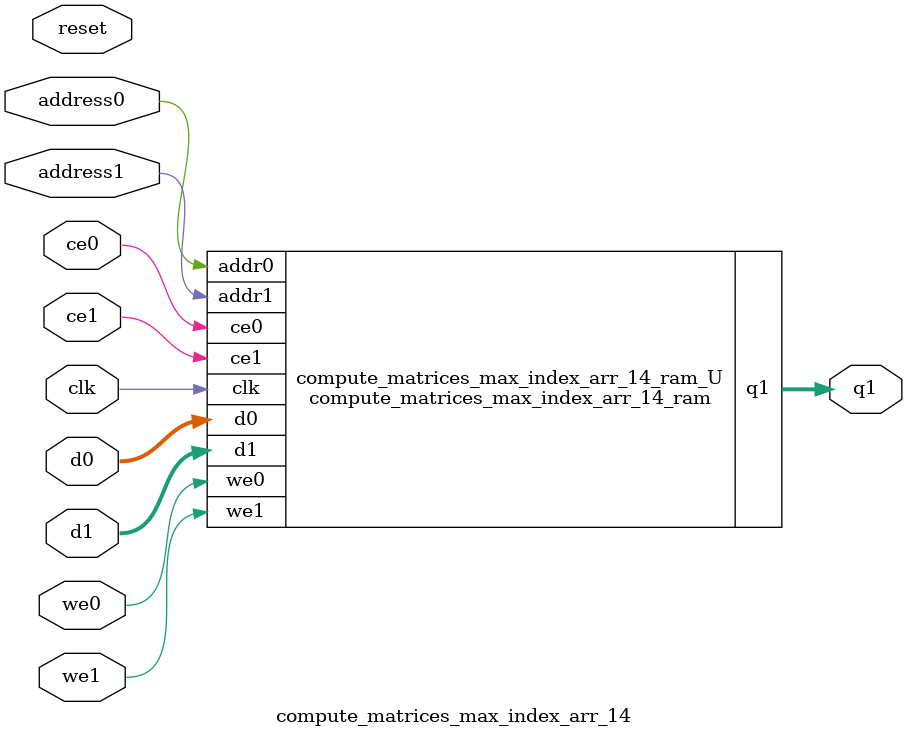
<source format=v>
`timescale 1 ns / 1 ps
module compute_matrices_max_index_arr_14_ram (addr0, ce0, d0, we0, addr1, ce1, d1, we1, q1,  clk);

parameter DWIDTH = 22;
parameter AWIDTH = 1;
parameter MEM_SIZE = 2;

input[AWIDTH-1:0] addr0;
input ce0;
input[DWIDTH-1:0] d0;
input we0;
input[AWIDTH-1:0] addr1;
input ce1;
input[DWIDTH-1:0] d1;
input we1;
output reg[DWIDTH-1:0] q1;
input clk;

(* ram_style = "block" *)reg [DWIDTH-1:0] ram[0:MEM_SIZE-1];




always @(posedge clk)  
begin 
    if (ce0) begin
        if (we0) 
            ram[addr0] <= d0; 
    end
end


always @(posedge clk)  
begin 
    if (ce1) begin
        if (we1) 
            ram[addr1] <= d1; 
        q1 <= ram[addr1];
    end
end


endmodule

`timescale 1 ns / 1 ps
module compute_matrices_max_index_arr_14(
    reset,
    clk,
    address0,
    ce0,
    we0,
    d0,
    address1,
    ce1,
    we1,
    d1,
    q1);

parameter DataWidth = 32'd22;
parameter AddressRange = 32'd2;
parameter AddressWidth = 32'd1;
input reset;
input clk;
input[AddressWidth - 1:0] address0;
input ce0;
input we0;
input[DataWidth - 1:0] d0;
input[AddressWidth - 1:0] address1;
input ce1;
input we1;
input[DataWidth - 1:0] d1;
output[DataWidth - 1:0] q1;



compute_matrices_max_index_arr_14_ram compute_matrices_max_index_arr_14_ram_U(
    .clk( clk ),
    .addr0( address0 ),
    .ce0( ce0 ),
    .we0( we0 ),
    .d0( d0 ),
    .addr1( address1 ),
    .ce1( ce1 ),
    .we1( we1 ),
    .d1( d1 ),
    .q1( q1 ));

endmodule


</source>
